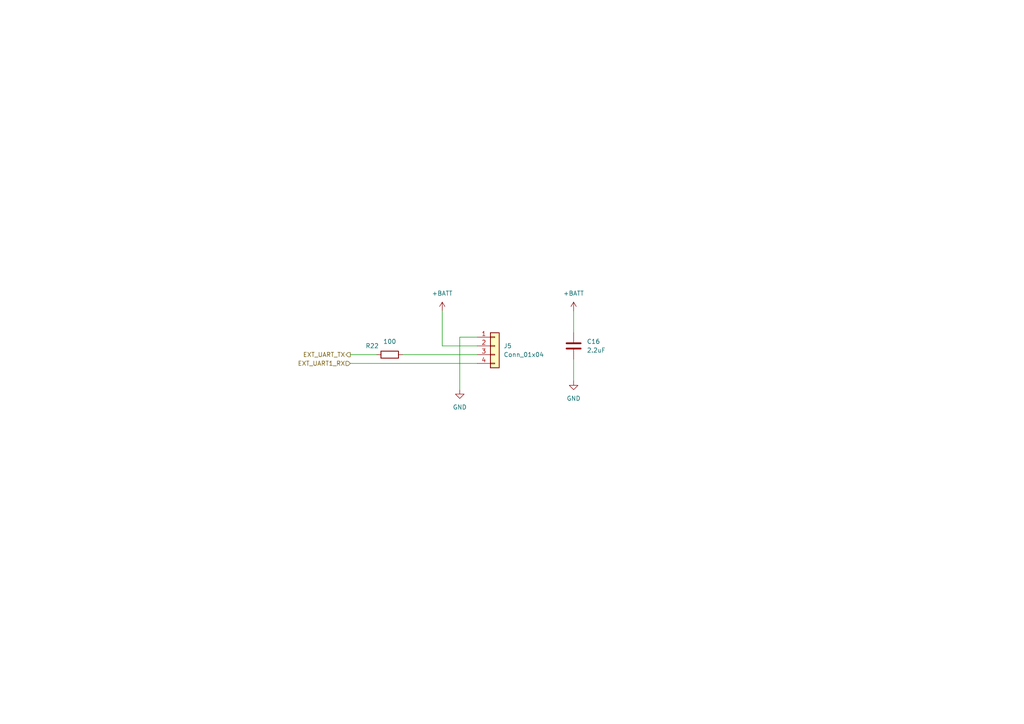
<source format=kicad_sch>
(kicad_sch (version 20230121) (generator eeschema)
  (paper "A4")
  (lib_symbols
    (symbol "Connector_Generic:Conn_01x04" (pin_names (offset 1.016) hide)
      (property "Reference" "J" (at 0 5.08 0))
      (property "Value" "Conn_01x04" (at 0 -7.62 0))
      (symbol "Conn_01x04_1_1"
        (rectangle (start -1.27 -4.953) (end 0 -5.207) (stroke (width 0.1524)))
        (rectangle (start -1.27 -2.413) (end 0 -2.667) (stroke (width 0.1524)))
        (rectangle (start -1.27 0.127) (end 0 -0.127) (stroke (width 0.1524)))
        (rectangle (start -1.27 2.667) (end 0 2.413) (stroke (width 0.1524)))
        (rectangle (start -1.27 3.81) (end 1.27 -6.35) (stroke (width 0.254)) (fill (type background)))
        (pin passive line (at -5.08 2.54 0) (length 3.81) (name "Pin_1") (number "1"))
        (pin passive line (at -5.08 0 0) (length 3.81) (name "Pin_2") (number "2"))
        (pin passive line (at -5.08 -2.54 0) (length 3.81) (name "Pin_3") (number "3"))
        (pin passive line (at -5.08 -5.08 0) (length 3.81) (name "Pin_4") (number "4"))
      )
    )
    (symbol "Device:C" (pin_numbers hide) (pin_names (offset 0.254))
      (property "Reference" "C" (at 0.635 2.54 0))
      (property "Value" "C" (at 0.635 -2.54 0))
      (symbol "C_0_1"
        (polyline (pts (xy -2.032 -0.762) (xy 2.032 -0.762)) (stroke (width 0.508)))
        (polyline (pts (xy -2.032 0.762) (xy 2.032 0.762)) (stroke (width 0.508)))
      )
      (symbol "C_1_1"
        (pin passive line (at 0 3.81 270) (length 2.794) (name "~") (number "1"))
        (pin passive line (at 0 -3.81 90) (length 2.794) (name "~") (number "2"))
      )
    )
    (symbol "Device:R" (pin_numbers hide) (pin_names (offset 0))
      (property "Reference" "R" (at 2.032 0 90))
      (property "Value" "R" (at 0 0 90))
      (symbol "R_0_1"
        (rectangle (start -1.016 -2.54) (end 1.016 2.54) (stroke (width 0.254)))
      )
      (symbol "R_1_1"
        (pin passive line (at 0 3.81 270) (length 1.27) (name "~") (number "1"))
        (pin passive line (at 0 -3.81 90) (length 1.27) (name "~") (number "2"))
      )
    )
    (symbol "power:+BATT" (power) (pin_names (offset 0))
      (property "Value" "+BATT" (at 0 3.556 0))
      (symbol "+BATT_0_1"
        (polyline (pts (xy -0.762 1.27) (xy 0 2.54)))
        (polyline (pts (xy 0 0) (xy 0 2.54)))
        (polyline (pts (xy 0 2.54) (xy 0.762 1.27)))
      )
      (symbol "+BATT_1_1"
        (pin power_in line (at 0 0 90) (length 0) hide (name "+BATT") (number "1"))
      )
    )
    (symbol "power:GND" (power) (pin_names (offset 0))
      (property "Value" "GND" (at 0 -3.81 0))
      (symbol "GND_0_1"
        (polyline (pts (xy 0 0) (xy 0 -1.27) (xy 1.27 -1.27) (xy 0 -2.54) (xy -1.27 -1.27) (xy 0 -1.27)))
      )
      (symbol "GND_1_1"
        (pin power_in line (at 0 0 270) (length 0) hide (name "GND") (number "1"))
      )
    )
  )
  (wire (pts (xy 101.6 105.41) (xy 138.43 105.41)))
  (wire (pts (xy 133.35 97.79) (xy 138.43 97.79)))
  (wire (pts (xy 128.27 100.33) (xy 138.43 100.33)))
  (wire (pts (xy 166.37 90.17) (xy 166.37 96.52)))
  (wire (pts (xy 133.35 97.79) (xy 133.35 113.03)))
  (wire (pts (xy 166.37 104.14) (xy 166.37 110.49)))
  (wire (pts (xy 128.27 90.17) (xy 128.27 100.33)))
  (wire (pts (xy 116.84 102.87) (xy 138.43 102.87)))
  (wire (pts (xy 101.6 102.87) (xy 109.22 102.87)))
  (hierarchical_label "EXT_UART1_RX" (shape input) (at 101.6 105.41 180))
  (hierarchical_label "EXT_UART_TX" (shape output) (at 101.6 102.87 180))
  (symbol (lib_id "power:GND") (at 166.37 110.49 0) (unit 1)
    (property "Reference" "#PWR033" (effects hide))
    (property "Value" "GND" (at 166.37 115.57 0))
  )
  (symbol (lib_id "Device:R") (at 113.03 102.87 270) (unit 1)
    (property "Reference" "R22" (at 107.95 100.33 90))
    (property "Value" "100" (at 113.03 99.06 90))
    (property "Footprint" "Resistor_SMD:R_0603_1608Metric" (effects hide))
  )
  (symbol (lib_id "power:GND") (at 133.35 113.03 0) (unit 1)
    (property "Reference" "#PWR032" (effects hide))
    (property "Value" "GND" (at 133.35 118.11 0))
  )
  (symbol (lib_id "power:+BATT") (at 166.37 90.17 0) (unit 1)
    (property "Reference" "#PWR034" (effects hide))
    (property "Value" "+BATT" (at 166.37 85.09 0))
  )
  (symbol (lib_id "power:+BATT") (at 128.27 90.17 0) (unit 1)
    (property "Reference" "#PWR031" (effects hide))
    (property "Value" "+BATT" (at 128.27 85.09 0))
  )
  (symbol (lib_id "Connector_Generic:Conn_01x04") (at 143.51 100.33 0) (unit 1)
    (property "Reference" "J5" (at 146.05 100.33 0) (effects (justify left)))
    (property "Value" "Conn_01x04" (at 146.05 102.87 0) (effects (justify left)))
    (property "Footprint" "Connector_PinHeader_2.54mm:PinHeader_1x04_P2.54mm_Vertical" (effects hide))
  )
  (symbol (lib_id "Device:C") (at 166.37 100.33 0) (unit 1)
    (property "Reference" "C16" (at 170.18 99.06 0) (effects (justify left)))
    (property "Value" "2.2uF" (at 170.18 101.6 0) (effects (justify left)))
    (property "Footprint" "Capacitor_SMD:C_0603_1608Metric" (effects hide))
  )
)
</source>
